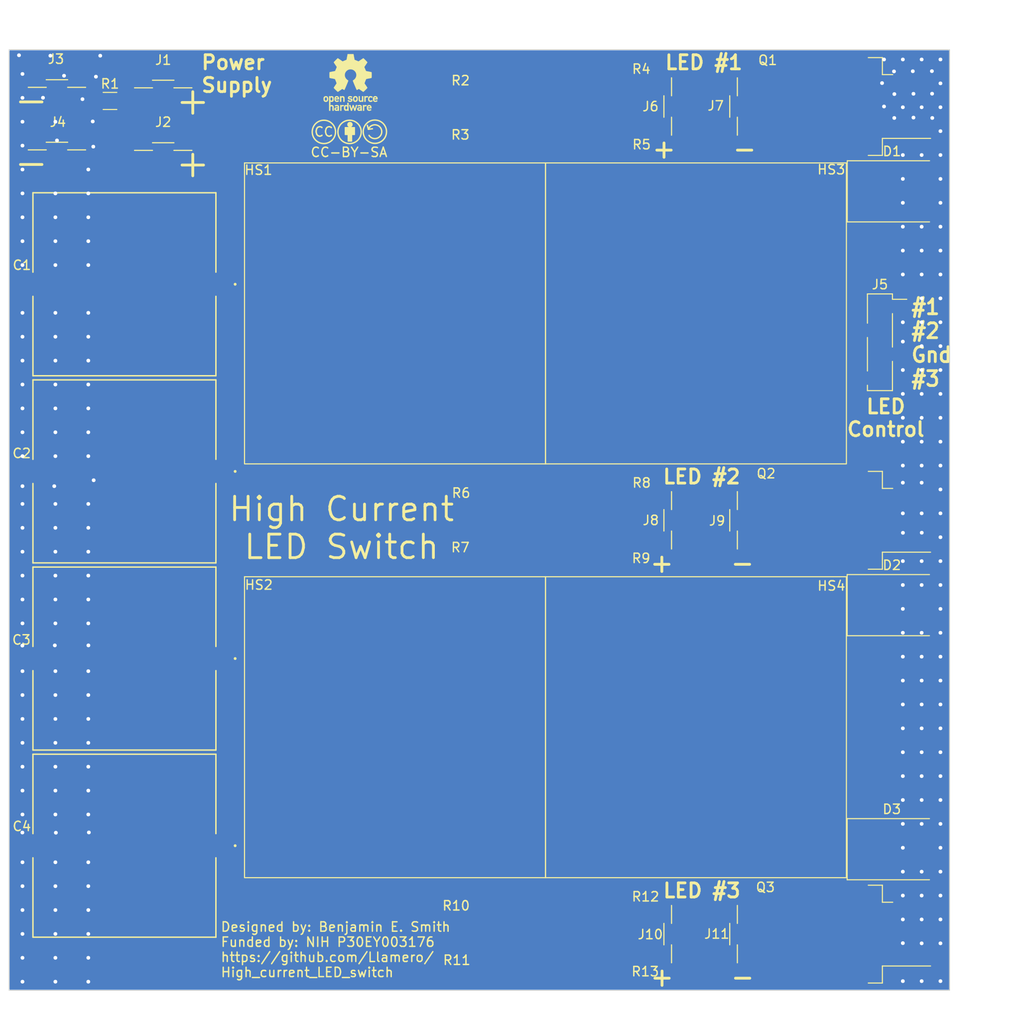
<source format=kicad_pcb>
(kicad_pcb (version 20221018) (generator pcbnew)
  (layers (0 "F.Cu" signal) (31 "B.Cu" signal) (34 "B.Paste" user) (35 "F.Paste" user) (36 "B.SilkS" user "B.Silkscreen") (37 "F.SilkS" user "F.Silkscreen") (38 "B.Mask" user) (39 "F.Mask" user) (44 "Edge.Cuts" user))
  (net 0 "")
  (net 1 "Net-(J1-Pin_1)")
  (net 2 "GND")
  (net 3 "Net-(J5-Pin_1)")
  (net 4 "Net-(J10-Pin_1)")
  (net 5 "Net-(R2-Pad2)")
  (net 6 "Net-(R6-Pad2)")
  (net 7 "Net-(J5-Pin_4)")
  (net 8 "Net-(J6-Pin_1)")
  (net 9 "Net-(J8-Pin_1)")
  (net 10 "Net-(R10-Pad2)")
  (net 11 "Net-(R3-Pad2)")
  (net 12 "Net-(R7-Pad2)")
  (net 13 "Net-(R11-Pad2)")
  (net 14 "Net-(D1-A1)")
  (net 15 "Net-(D2-A1)")
  (net 16 "Net-(D3-A1)")
  (net 17 "Net-(J5-Pin_2)")
  (footprint "Custom footprints:31mm heatsink" (layer "F.Cu") (at -25 6)
    (fp_text reference "HS2" (at 1.52 0.87 unlocked) (layer "F.SilkS"))
    (fp_text value "Heatsink")
  )
  (footprint "Custom footprints:R_2818" (layer "F.Cu") (at 10 -41)
    (fp_text reference "R5" (at 7.22 1.05) (layer "F.SilkS"))
    (fp_text value "0")
    (pad "1" smd rect (at 0 0) (size 3.63 5.33) (layers "F.Cu" "F.Paste" "F.Mask") (net 11 "Net-(R3-Pad2)"))
    (pad "2" smd rect (at 4.24 0) (size 3.63 5.33) (layers "F.Cu" "F.Paste" "F.Mask") (net 8 "Net-(J6-Pin_1)"))
  )
  (footprint "Custom footprints:CAP_FKS_K21_PAN" (layer "F.Cu") (at -37.77 -25.1 180)
    (fp_text reference "C2" (at 10.92 -17.98 unlocked) (layer "F.SilkS"))
    (fp_text value "9.1mF")
    (pad "1" smd rect (at -7.4549 0 180) (size 7.112 1.905) (layers "F.Cu" "F.Paste" "F.Mask") (net 1 "Net-(J1-Pin_1)"))
    (pad "2" smd rect (at 7.4549 0 180) (size 7.112 1.905) (layers "F.Cu" "F.Paste" "F.Mask") (net 2 "GND"))
  )
  (footprint "Custom footprints:R_2818" (layer "F.Cu") (at 10 2.9)
    (fp_text reference "R9" (at 7.17 1.14) (layer "F.SilkS"))
    (fp_text value "25m")
    (pad "1" smd rect (at 0 0) (size 3.63 5.33) (layers "F.Cu" "F.Paste" "F.Mask") (net 12 "Net-(R7-Pad2)"))
    (pad "2" smd rect (at 4.24 0) (size 3.63 5.33) (layers "F.Cu" "F.Paste" "F.Mask") (net 9 "Net-(J8-Pin_1)"))
  )
  (footprint "Custom footprints:R_2818" (layer "F.Cu") (at 10 -2.9)
    (fp_text reference "R8" (at 7.22 -1.08) (layer "F.SilkS"))
    (fp_text value "R")
    (pad "1" smd rect (at 0 0) (size 3.63 5.33) (layers "F.Cu" "F.Paste" "F.Mask") (net 6 "Net-(R6-Pad2)"))
    (pad "2" smd rect (at 4.24 0) (size 3.63 5.33) (layers "F.Cu" "F.Paste" "F.Mask") (net 9 "Net-(J8-Pin_1)"))
  )
  (footprint "Custom:CC-BY-SA Symbol" (layer "F.Cu") (at -13.7 -41.55)
    (fp_text reference "REF**" hide)
    (fp_text value "CC-BY-SA Symbol" hide)
    (fp_text user "CC" (at -3.97 0.83 unlocked) (layer "F.SilkS") (effects (justify left bottom)))
    (fp_text user "CC-BY-SA" (at -4.36 3 unlocked) (layer "F.SilkS") (effects (justify left bottom)))
  )
  (footprint "Custom footprints:R_2818" (layer "F.Cu") (at 1 41)
    (fp_text reference "R10" (at -3.5 -0.02) (layer "F.SilkS"))
    (fp_text value "R")
    (pad "1" smd rect (at 0 0) (size 3.63 5.33) (layers "F.Cu" "F.Paste" "F.Mask") (net 9 "Net-(J8-Pin_1)"))
    (pad "2" smd rect (at 4.24 0) (size 3.63 5.33) (layers "F.Cu" "F.Paste" "F.Mask") (net 10 "Net-(R10-Pad2)"))
  )
  (footprint "Custom footprints:KEYSTONE_4928" (layer "F.Cu") (at 20 0 90)
    (fp_text reference "J8" (at 0 -1.8) (layer "F.SilkS"))
    (fp_text value "Conn_01x01_Pin")
    (pad "1" smd rect (at -2.285 -1.55 90) (size 1.65 3) (layers "F.Cu" "F.Paste" "F.Mask") (net 9 "Net-(J8-Pin_1)"))
    (pad "1" smd rect (at 0 1.55 90) (size 1.65 3) (layers "F.Cu" "F.Paste" "F.Mask") (net 9 "Net-(J8-Pin_1)"))
    (pad "1" smd rect (at 2.285 -1.55 90) (size 1.65 3) (layers "F.Cu" "F.Paste" "F.Mask") (net 9 "Net-(J8-Pin_1)"))
  )
  (footprint "Custom footprints:31mm heatsink" (layer "F.Cu") (at 7 6)
    (fp_text reference "HS4" (at 30.4 0.97 unlocked) (layer "F.SilkS"))
    (fp_text value "Heatsink")
  )
  (footprint "Custom footprints:KEYSTONE_4928" (layer "F.Cu") (at 27 0 90)
    (fp_text reference "J9" (at -0.05 -1.75) (layer "F.SilkS"))
    (fp_text value "Conn_01x01_Pin")
    (pad "1" smd rect (at -2.285 -1.55 90) (size 1.65 3) (layers "F.Cu" "F.Paste" "F.Mask") (net 15 "Net-(D2-A1)"))
    (pad "1" smd rect (at 0 1.55 90) (size 1.65 3) (layers "F.Cu" "F.Paste" "F.Mask") (net 15 "Net-(D2-A1)"))
    (pad "1" smd rect (at 2.285 -1.55 90) (size 1.65 3) (layers "F.Cu" "F.Paste" "F.Mask") (net 15 "Net-(D2-A1)"))
  )
  (footprint "Custom footprints:KEYSTONE_4928" (layer "F.Cu") (at -33.645 -46.39)
    (fp_text reference "J1" (at 0 -2.55) (layer "F.SilkS"))
    (fp_text value "Conn_01x01_Pin")
    (pad "1" smd rect (at -2.285 -1.55) (size 1.65 3) (layers "F.Cu" "F.Paste" "F.Mask") (net 1 "Net-(J1-Pin_1)"))
    (pad "1" smd rect (at 0 1.55) (size 1.65 3) (layers "F.Cu" "F.Paste" "F.Mask") (net 1 "Net-(J1-Pin_1)"))
    (pad "1" smd rect (at 2.285 -1.55) (size 1.65 3) (layers "F.Cu" "F.Paste" "F.Mask") (net 1 "Net-(J1-Pin_1)"))
  )
  (footprint "Custom footprints:CAP_FKS_K21_PAN" (layer "F.Cu") (at -37.77 14.7 180)
    (fp_text reference "C3" (at 10.95 1.99 unlocked) (layer "F.SilkS"))
    (fp_text value "9.1mF")
    (pad "1" smd rect (at -7.4549 0 180) (size 7.112 1.905) (layers "F.Cu" "F.Paste" "F.Mask") (net 1 "Net-(J1-Pin_1)"))
    (pad "2" smd rect (at 7.4549 0 180) (size 7.112 1.905) (layers "F.Cu" "F.Paste" "F.Mask") (net 2 "GND"))
  )
  (footprint "Custom footprints:KEYSTONE_4928" (layer "F.Cu") (at 27 -44 90)
    (fp_text reference "J7" (at 0.075 -1.9) (layer "F.SilkS"))
    (fp_text value "Conn_01x01_Pin")
    (pad "1" smd rect (at -2.285 -1.55 90) (size 1.65 3) (layers "F.Cu" "F.Paste" "F.Mask") (net 14 "Net-(D1-A1)"))
    (pad "1" smd rect (at 0 1.55 90) (size 1.65 3) (layers "F.Cu" "F.Paste" "F.Mask") (net 14 "Net-(D1-A1)"))
    (pad "1" smd rect (at 2.285 -1.55 90) (size 1.65 3) (layers "F.Cu" "F.Paste" "F.Mask") (net 14 "Net-(D1-A1)"))
  )
  (footprint "Resistor_SMD:R_1206_3216Metric" (layer "F.Cu") (at -39.305 -44.59)
    (fp_text reference "R1" (at 0 -1.82) (layer "F.SilkS"))
    (fp_text value "1000")
    (pad "1" smd roundrect (at -1.4625 0) (size 1.125 1.75) (layers "F.Cu" "F.Paste" "F.Mask") (roundrect_rratio 0.2222222222) (net 2 "GND"))
    (pad "2" smd roundrect (at 1.4625 0) (size 1.125 1.75) (layers "F.Cu" "F.Paste" "F.Mask") (roundrect_rratio 0.2222222222) (net 1 "Net-(J1-Pin_1)"))
  )
  (footprint "Custom footprints:R_2818" (layer "F.Cu") (at 1 -41)
    (fp_text reference "R3" (at -3.05 0.01) (layer "F.SilkS"))
    (fp_text value "25m")
    (pad "1" smd rect (at 0 0) (size 3.63 5.33) (layers "F.Cu" "F.Paste" "F.Mask") (net 1 "Net-(J1-Pin_1)"))
    (pad "2" smd rect (at 4.24 0) (size 3.63 5.33) (layers "F.Cu" "F.Paste" "F.Mask") (net 11 "Net-(R3-Pad2)"))
  )
  (footprint "Custom footprints:31mm heatsink" (layer "F.Cu") (at 7 -38)
    (fp_text reference "HS3" (at 30.39 0.71 unlocked) (layer "F.SilkS"))
    (fp_text value "Heatsink")
  )
  (footprint "Custom footprints:31mm heatsink" (layer "F.Cu") (at -25 -38)
    (fp_text reference "HS1" (at 1.48 0.76 unlocked) (layer "F.SilkS"))
    (fp_text value "Heatsink")
  )
  (footprint "Custom footprints:DO-214AB" (layer "F.Cu") (at 43.58 34.97)
    (fp_text reference "D3" (at 0.25 -4.25 unlocked) (layer "F.SilkS"))
    (fp_text value "D_TVS" hide)
    (pad "1" smd rect (at -3.1242 0 90) (size 3.2004 2.1844) (layers "F.Cu" "F.Paste" "F.Mask") (net 16 "Net-(D3-A1)"))
    (pad "2" smd rect (at 3.1242 0 90) (size 3.2004 2.1844) (layers "F.Cu" "F.Paste" "F.Mask") (net 2 "GND"))
  )
  (footprint "Package_TO_SOT_SMD:TO-263-2" (layer "F.Cu") (at 38 -44 180)
    (fp_text reference "Q1" (at 7.37 4.92) (layer "F.SilkS"))
    (fp_text value "Q_NMOS_GDS")
    (pad "1" smd roundrect (at -7.65 -2.54 180) (size 4.6 1.1) (layers "F.Cu" "F.Paste" "F.Mask") (roundrect_rratio 0.2272727273) (net 3 "Net-(J5-Pin_1)"))
    (pad "2" smd roundrect (at -0.925 -2.775 180) (size 4.55 5.25) (layers "F.Cu" "F.Paste") (roundrect_rratio 0.05494505495) (net 14 "Net-(D1-A1)"))
    (pad "2" smd roundrect (at -0.925 2.775 180) (size 4.55 5.25) (layers "F.Cu" "F.Paste") (roundrect_rratio 0.05494505495) (net 14 "Net-(D1-A1)"))
    (pad "2" smd roundrect (at 1.5 0 180) (size 9.4 10.8) (layers "F.Cu" "F.Mask") (roundrect_rratio 0.02659595745) (net 14 "Net-(D1-A1)"))
    (pad "2" smd roundrect (at 3.925 -2.775 180) (size 4.55 5.25) (layers "F.Cu" "F.Paste") (roundrect_rratio 0.05494505495) (net 14 "Net-(D1-A1)"))
    (pad "2" smd roundrect (at 3.925 2.775 180) (size 4.55 5.25) (layers "F.Cu" "F.Paste") (roundrect_rratio 0.05494505495) (net 14 "Net-(D1-A1)"))
    (pad "3" smd roundrect (at -7.65 2.54 180) (size 4.6 1.1) (layers "F.Cu" "F.Paste" "F.Mask") (roundrect_rratio 0.2272727273) (net 2 "GND"))
  )
  (footprint "Custom footprints:CAP_FKS_K21_PAN" (layer "F.Cu") (at -37.77 -5.2 180)
    (fp_text reference "C1" (at 10.9 21.93 unlocked) (layer "F.SilkS"))
    (fp_text value "9.1mF")
    (pad "1" smd rect (at -7.4549 0 180) (size 7.112 1.905) (layers "F.Cu" "F.Paste" "F.Mask") (net 1 "Net-(J1-Pin_1)"))
    (pad "2" smd rect (at 7.4549 0 180) (size 7.112 1.905) (layers "F.Cu" "F.Paste" "F.Mask") (net 2 "GND"))
  )
  (footprint "Custom footprints:R_2818" (layer "F.Cu") (at 1 -2.9)
    (fp_text reference "R6" (at -2.97 0) (layer "F.SilkS"))
    (fp_text value "R")
    (pad "1" smd rect (at 0 0) (size 3.63 5.33) (layers "F.Cu" "F.Paste" "F.Mask") (net 8 "Net-(J6-Pin_1)"))
    (pad "2" smd rect (at 4.24 0) (size 3.63 5.33) (layers "F.Cu" "F.Paste" "F.Mask") (net 6 "Net-(R6-Pad2)"))
  )
  (footprint "Symbol:OSHW-Logo_5.7x6mm_SilkScreen" (layer "F.Cu") (at -13.73 -46.56)
    (fp_text reference "REF**" hide)
    (fp_text value "OSHW-Logo_5.7x6mm_SilkScreen" hide)
  )
  (footprint "Custom footprints:KEYSTONE_4928" (layer "F.Cu") (at 27 44 90)
    (fp_text reference "J11" (at 0.02 -1.78) (layer "F.SilkS"))
    (fp_text value "Conn_01x01_Pin")
    (pad "1" smd rect (at -2.285 -1.55 90) (size 1.65 3) (layers "F.Cu" "F.Paste" "F.Mask") (net 16 "Net-(D3-A1)"))
    (pad "1" smd rect (at 0 1.55 90) (size 1.65 3) (layers "F.Cu" "F.Paste" "F.Mask") (net 16 "Net-(D3-A1)"))
    (pad "1" smd rect (at 2.285 -1.55 90) (size 1.65 3) (layers "F.Cu" "F.Paste" "F.Mask") (net 16 "Net-(D3-A1)"))
  )
  (footprint "Custom footprints:KEYSTONE_4928" (layer "F.Cu") (at -33.645 -39.74)
    (fp_text reference "J2" (at 0 -2.6) (layer "F.SilkS"))
    (fp_text value "Conn_01x01_Pin")
    (pad "1" smd rect (at -2.285 -1.55) (size 1.65 3) (layers "F.Cu" "F.Paste" "F.Mask") (net 1 "Net-(J1-Pin_1)"))
    (pad "1" smd rect (at 0 1.55) (size 1.65 3) (layers "F.Cu" "F.Paste" "F.Mask") (net 1 "Net-(J1-Pin_1)"))
    (pad "1" smd rect (at 2.285 -1.55) (size 1.65 3) (layers "F.Cu" "F.Paste" "F.Mask") (net 1 "Net-(J1-Pin_1)"))
  )
  (footprint "Custom footprints:KEYSTONE_4928" (layer "F.Cu") (at 20 44 90)
    (fp_text reference "J10" (at -0.035 -1.85) (layer "F.SilkS"))
    (fp_text value "Conn_01x01_Pin")
    (pad "1" smd rect (at -2.285 -1.55 90) (size 1.65 3) (layers "F.Cu" "F.Paste" "F.Mask") (net 4 "Net-(J10-Pin_1)"))
    (pad "1" smd rect (at 0 1.55 90) (size 1.65 3) (layers "F.Cu" "F.Paste" "F.Mask") (net 4 "Net-(J10-Pin_1)"))
    (pad "1" smd rect (at 2.285 -1.55 90) (size 1.65 3) (layers "F.Cu" "F.Paste" "F.Mask") (net 4 "Net-(J10-Pin_1)"))
  )
  (footprint "Custom footprints:CAP_FKS_K21_PAN" (layer "F.Cu") (at -37.77 34.6 180)
    (fp_text reference "C4" (at 10.91 2.06 unlocked) (layer "F.SilkS"))
    (fp_text value "9.1mF")
    (pad "1" smd rect (at -7.4549 0 180) (size 7.112 1.905) (layers "F.Cu" "F.Paste" "F.Mask") (net 1 "Net-(J1-Pin_1)"))
    (pad "2" smd rect (at 7.4549 0 180) (size 7.112 1.905) (layers "F.Cu" "F.Paste" "F.Mask") (net 2 "GND"))
  )
  (footprint "Custom footprints:KEYSTONE_4928" (layer "F.Cu") (at -44.945 -39.7928)
    (fp_text reference "J4" (at 0.1 -2.55) (layer "F.SilkS"))
    (fp_text value "Conn_01x01_Pin")
    (pad "1" smd rect (at -2.285 -1.55) (size 1.65 3) (layers "F.Cu" "F.Paste" "F.Mask") (net 2 "GND"))
    (pad "1" smd rect (at 0 1.55) (size 1.65 3) (layers "F.Cu" "F.Paste" "F.Mask") (net 2 "GND"))
    (pad "1" smd rect (at 2.285 -1.55) (size 1.65 3) (layers "F.Cu" "F.Paste" "F.Mask") (net 2 "GND"))
  )
  (footprint "Custom footprints:DO-214AB" (layer "F.Cu") (at 43.59 -34.98)
    (fp_text reference "D1" (at 0.25 -4.25 unlocked) (layer "F.SilkS"))
    (fp_text value "D_TVS" hide)
    (pad "1" smd rect (at -3.1242 0 90) (size 3.2004 2.1844) (layers "F.Cu" "F.Paste" "F.Mask") (net 14 "Net-(D1-A1)"))
    (pad "2" smd rect (at 3.1242 0 90) (size 3.2004 2.1844) (layers "F.Cu" "F.Paste" "F.Mask") (net 2 "GND"))
  )
  (footprint "Custom footprints:R_2818" (layer "F.Cu") (at 10 -46.8)
    (fp_text reference "R4" (at 7.19 -1.18) (layer "F.SilkS"))
    (fp_text value "R")
    (pad "1" smd rect (at 0 0) (size 3.63 5.33) (layers "F.Cu" "F.Paste" "F.Mask") (net 5 "Net-(R2-Pad2)"))
    (pad "2" smd rect (at 4.24 0) (size 3.63 5.33) (layers "F.Cu" "F.Paste" "F.Mask") (net 8 "Net-(J6-Pin_1)"))
  )
  (footprint "Custom footprints:R_2818" (layer "F.Cu") (at 10 41)
    (fp_text reference "R12" (at 7.64 -0.98) (layer "F.SilkS"))
    (fp_text value "R")
    (pad "1" smd rect (at 0 0) (size 3.63 5.33) (layers "F.Cu" "F.Paste" "F.Mask") (net 10 "Net-(R10-Pad2)"))
    (pad "2" smd rect (at 4.24 0) (size 3.63 5.33) (layers "F.Cu" "F.Paste" "F.Mask") (net 4 "Net-(J10-Pin_1)"))
  )
  (footprint "Connector_PinHeader_2.54mm:PinHeader_1x04_P2.54mm_Vertical_SMD_Pin1Right" (layer "F.Cu") (at 42.565 -18.93)
    (fp_text reference "J5" (at 0 -6.14) (layer "F.SilkS"))
    (fp_text value "Conn_01x04_Pin")
    (pad "1" smd rect (at 1.655 -3.81) (size 2.51 1) (layers "F.Cu" "F.Paste" "F.Mask") (net 3 "Net-(J5-Pin_1)"))
    (pad "2" smd rect (at -1.655 -1.27) (size 2.51 1) (layers "F.Cu" "F.Paste" "F.Mask") (net 17 "Net-(J5-Pin_2)"))
    (pad "3" smd rect (at 1.655 1.27) (size 2.51 1) (layers "F.Cu" "F.Paste" "F.Mask") (net 2 "GND"))
    (pad "4" smd rect (at -1.655 3.81) (size 2.51 1) (layers "F.Cu" "F.Paste" "F.Mask") (net 7 "Net-(J5-Pin_4)"))
  )
  (footprint "Custom footprints:R_2818" (layer "F.Cu") (at 1 -46.8)
    (fp_text reference "R2" (at -3.03 0.04) (layer "F.SilkS"))
    (fp_text value "0")
    (pad "1" smd rect (at 0 0) (size 3.63 5.33) (layers "F.Cu" "F.Paste" "F.Mask") (net 1 "Net-(J1-Pin_1)"))
    (pad "2" smd rect (at 4.24 0) (size 3.63 5.33) (layers "F.Cu" "F.Paste" "F.Mask") (net 5 "Net-(R2-Pad2)"))
  )
  (footprint "Custom footprints:R_2818" (layer "F.Cu") (at 1 46.8)
    (fp_text reference "R11" (at -3.43 -0.03) (layer "F.SilkS"))
    (fp_text value "R")
    (pad "1" smd rect (at 0 0) (size 3.63 5.33) (layers "F.Cu" "F.Paste" "F.Mask") (net 9 "Net-(J8-Pin_1)"))
    (pad "2" smd rect (at 4.24 0) (size 3.63 5.33) (layers "F.Cu" "F.Paste" "F.Mask") (net 13 "Net-(R11-Pad2)"))
  )
  (footprint "Custom footprints:R_2818" (layer "F.Cu") (at 1 2.9)
    (fp_text reference "R7" (at -3.05 -0.01) (layer "F.SilkS"))
    (fp_text value "25m")
    (pad "1" smd rect (at 0 0) (size 3.63 5.33) (layers "F.Cu" "F.Paste" "F.Mask") (net 8 "Net-(J6-Pin_1)"))
    (pad "2" smd rect (at 4.24 0) (size 3.63 5.33) (layers "F.Cu" "F.Paste" "F.Mask") (net 12 "Net-(R7-Pad2)"))
  )
  (footprint "Custom footprints:KEYSTONE_4928" (layer "F.Cu") (at -44.945 -46.4428)
    (fp_text reference "J3" (at -0.1 -2.6) (layer "F.SilkS"))
    (fp_text value "Conn_01x01_Pin")
    (pad "1" smd rect (at -2.285 -1.55) (size 1.65 3) (layers "F.Cu" "F.Paste" "F.Mask") (net 2 "GND"))
    (pad "1" smd rect (at 0 1.55) (size 1.65 3) (layers "F.Cu" "F.Paste" "F.Mask") (net 2 "GND"))
    (pad "1" smd rect (at 2.285 -1.55) (size 1.65 3) (layers "F.Cu" "F.Paste" "F.Mask") (net 2 "GND"))
  )
  (footprint "Custom footprints:R_2818" (layer "F.Cu") (at 10 46.9)
    (fp_text reference "R13" (at 7.61 1.08) (layer "F.SilkS"))
    (fp_text value "R")
    (pad "1" smd rect (at 0 0) (size 3.63 5.33) (layers "F.Cu" "F.Paste" "F.Mask") (net 13 "Net-(R11-Pad2)"))
    (pad "2" smd rect (at 4.24 0) (size 3.63 5.33) (layers "F.Cu" "F.Paste" "F.Mask") (net 4 "Net-(J10-Pin_1)"))
  )
  (footprint "Custom footprints:KEYSTONE_4928" (layer "F.Cu") (at 20 -44 90)
    (fp_text reference "J6" (at 0 -1.825) (layer "F.SilkS"))
    (fp_text value "Conn_01x01_Pin")
    (pad "1" smd rect (at -2.285 -1.55 90) (size 1.65 3) (layers "F.Cu" "F.Paste" "F.Mask") (net 8 "Net-(J6-Pin_1)"))
    (pad "1" smd rect (at 0 1.55 90) (size 1.65 3) (layers "F.Cu" "F.Paste" "F.Mask") (net 8 "Net-(J6-Pin_1)"))
    (pad "1" smd rect (at 2.285 -1.55 90) (size 1.65 3) (layers "F.Cu" "F.Paste" "F.Mask") (net 8 "Net-(J6-Pin_1)"))
  )
  (footprint "Custom footprints:DO-214AB" (layer "F.Cu") (at 43.58 9.02)
    (fp_text reference "D2" (at 0.25 -4.25 unlocked) (layer "F.SilkS"))
    (fp_text value "D_TVS" hide)
    (pad "1" smd rect (at -3.1242 0 90) (size 3.2004 2.1844) (layers "F.Cu" "F.Paste" "F.Mask") (net 15 "Net-(D2-A1)"))
    (pad "2" smd rect (at 3.1242 0 90) (size 3.2004 2.1844) (layers "F.Cu" "F.Paste" "F.Mask") (net 2 "GND"))
  )
  (footprint "Package_TO_SOT_SMD:TO-263-2" (layer "F.Cu") (at 38 44 180)
    (fp_text reference "Q3" (at 7.61 4.98) (layer "F.SilkS"))
    (fp_text value "Q_NMOS_GDS")
    (pad "1" smd roundrect (at -7.65 -2.54 180) (size 4.6 1.1) (layers "F.Cu" "F.Paste" "F.Mask") (roundrect_rratio 0.2272727273) (net 7 "Net-(J5-Pin_4)"))
    (pad "2" smd roundrect (at -0.925 -2.775 180) (size 4.55 5.25) (layers "F.Cu" "F.Paste") (roundrect_rratio 0.05494505495) (net 16 "Net-(D3-A1)"))
    (pad "2" smd roundrect (at -0.925 2.775 180) (size 4.55 5.25) (layers "F.Cu" "F.Paste") (roundrect_rratio 0.05494505495) (net 16 "Net-(D3-A1)"))
    (pad "2" smd roundrect (at 1.5 0 180) (size 9.4 10.8) (layers "F.Cu" "F.Mask") (roundrect_rratio 0.02659595745) (net 16 "Net-(D3-A1)"))
    (pad "2" smd roundrect (at 3.925 -2.775 180) (size 4.55 5.25) (layers "F.Cu" "F.Paste") (roundrect_rratio 0.05494505495) (net 16 "Net-(D3-A1)"))
    (pad "2" smd roundrect (at 3.925 2.775 180) (size 4.55 5.25) (layers "F.Cu" "F.Paste") (roundrect_rratio 0.05494505495) (net 16 "Net-(D3-A1)"))
    (pad "3" smd roundrect (at -7.65 2.54 180) (size 4.6 1.1) (layers "F.Cu" "F.Paste" "F.Mask") (roundrect_rratio 0.2272727273) (net 2 "GND"))
  )
  (footprint "Package_TO_SOT_SMD:TO-263-2" (layer "F.Cu") (at 38 0 180)
    (fp_text reference "Q2" (at 7.54 4.97) (layer "F.SilkS"))
    (fp_text value "Q_NMOS_GDS")
    (pad "1" smd roundrect (at -7.65 -2.54 180) (size 4.6 1.1) (layers "F.Cu" "F.Paste" "F.Mask") (roundrect_rratio 0.2272727273) (net 17 "Net-(J5-Pin_2)"))
    (pad "2" smd roundrect (at -0.925 -2.775 180) (size 4.55 5.25) (layers "F.Cu" "F.Paste") (roundrect_rratio 0.05494505495) (net 15 "Net-(D2-A1)"))
    (pad "2" smd roundrect (at -0.925 2.775 180) (size 4.55 5.25) (layers "F.Cu" "F.Paste") (roundrect_rratio 0.05494505495) (net 15 "Net-(D2-A1)"))
    (pad "2" smd roundrect (at 1.5 0 180) (size 9.4 10.8) (layers "F.Cu" "F.Mask") (roundrect_rratio 0.02659595745) (net 15 "Net-(D2-A1)"))
    (pad "2" smd roundrect (at 3.925 -2.775 180) (size 4.55 5.25) (layers "F.Cu" "F.Paste") (roundrect_rratio 0.05494505495) (net 15 "Net-(D2-A1)"))
    (pad "2" smd roundrect (at 3.925 2.775 180) (size 4.55 5.25) (layers "F.Cu" "F.Paste") (roundrect_rratio 0.05494505495) (net 15 "Net-(D2-A1)"))
    (pad "3" smd roundrect (at -7.65 2.54 180) (size 4.6 1.1) (layers "F.Cu" "F.Paste" "F.Mask") (roundrect_rratio 0.2272727273) (net 2 "GND"))
  )
  (gr_rect (start -50.03 -50.03) (end 49.97 49.97) (stroke (width 0.1)) (fill none) (layer "Edge.Cuts"))
  (gr_text "+" (at -32.555 -42.9) (layer "F.SilkS") (effects (font (size 3 3) (thickness 0.3) bold) (justify left bottom)))
  (gr_text "+" (at -32.555 -36.25) (layer "F.SilkS") (effects (font (size 3 3) (thickness 0.3) bold) (justify left bottom)))
  (gr_text "High Current\nLED Switch" (at -14.68 4.29) (layer "F.SilkS") (effects (font (size 2.5 2.5) (thickness 0.3)) (justify bottom)))
  (gr_text "LED #3" (at 19.36 40.25) (layer "F.SilkS") (effects (font (size 1.5 1.5) (thickness 0.3) bold) (justify left bottom)))
  (gr_text "Power\nSupply" (at -29.73 -45.39) (layer "F.SilkS") (effects (font (size 1.5 1.5) (thickness 0.3)) (justify left bottom)))
  (gr_text "+    -" (at 17.96 49.71) (layer "F.SilkS") (effects (font (size 2 2) (thickness 0.3) bold) (justify left bottom)))
  (gr_text "Designed by: Benjamin E. Smith\nFunded by: NIH P30EY003176\nhttps://github.com/Llamero/\nHigh_current_LED_switch" (at -27.6 48.65) (layer "F.SilkS") (effects (font (size 1 1)) (justify left bottom)))
  (gr_text "-" (at -49.735 -42.96) (layer "F.SilkS") (effects (font (size 3 3) (thickness 0.3) bold) (justify left bottom)))
  (gr_text "LED\nControl" (at 43.19 -8.8) (layer "F.SilkS") (effects (font (size 1.5 1.5) (thickness 0.3) bold) (justify bottom)))
  (gr_text "-" (at -49.735 -36.31) (layer "F.SilkS") (effects (font (size 3 3) (thickness 0.3) bold) (justify left bottom)))
  (gr_text "LED #1" (at 19.57 -47.8) (layer "F.SilkS") (effects (font (size 1.5 1.5) (thickness 0.3) bold) (justify left bottom)))
  (gr_text "+    -" (at 17.94 5.7) (layer "F.SilkS") (effects (font (size 2 2) (thickness 0.3) bold) (justify left bottom)))
  (gr_text "#1\n#2\nGnd\n#3\n\n" (at 45.75 -11.58) (layer "F.SilkS") (effects (font (size 1.58 1.5) (thickness 0.3) bold) (justify left bottom)))
  (gr_text "LED #2" (at 19.34 -3.76) (layer "F.SilkS") (effects (font (size 1.5 1.5) (thickness 0.3) bold) (justify left bottom)))
  (gr_text "+    -" (at 18.17 -38.34) (layer "F.SilkS") (effects (font (size 2 2) (thickness 0.3) bold) (justify left bottom)))
  (segment (start 45.59 -46.48) (end 45.65 -46.54) (width 0.5) (layer "F.Cu") (net 2))
  (segment (start -40.7675 -44.59) (end -44.6422 -44.59) (width 2) (layer "F.Cu") (net 2))
  (segment (start 45.6 -46.49) (end 45.65 -46.54) (width 0.5) (layer "F.Cu") (net 2))
  (segment (start 42.79 -46.49) (end 45.6 -46.49) (width 0.5) (layer "F.Cu") (net 2))
  (via (at -48.61 8.42) (size 0.8) (drill 0.4) (layers "F.Cu" "B.Cu") (net 2))
  (via (at -41.61 49.06) (size 0.8) (drill 0.4) (layers "F.Cu" "B.Cu") (net 2))
  (via (at -45.11 -19.52) (size 0.8) (drill 0.4) (layers "F.Cu" "B.Cu") (net 2))
  (via (at 47 14.5) (size 0.8) (drill 0.4) (layers "F.Cu" "B.Cu") (net 2))
  (via (at -48.61 -34.76) (size 0.8) (drill 0.4) (layers "F.Cu" "B.Cu") (net 2))
  (via (at -45.11 -6.82) (size 0.8) (drill 0.4) (layers "F.Cu" "B.Cu") (net 2))
  (via (at 45 34.82) (size 0.8) (drill 0.4) (layers "F.Cu" "B.Cu") (net 2))
  (via (at -45.11 -1.74) (size 0.8) (drill 0.4) (layers "F.Cu" "B.Cu") (net 2))
  (via (at 47 42.44) (size 0.8) (drill 0.4) (layers "F.Cu" "B.Cu") (net 2))
  (via (at -41.61 38.9) (size 0.8) (drill 0.4) (layers "F.Cu" "B.Cu") (net 2))
  (via (at -40.8 -47.17) (size 0.8) (drill 0.4) (layers "F.Cu" "B.Cu") (net 2))
  (via (at -41.61 -19.52) (size 0.8) (drill 0.4) (layers "F.Cu" "B.Cu") (net 2))
  (via (at 49 11.96) (size 0.8) (drill 0.4) (layers "F.Cu" "B.Cu") (net 2))
  (via (at 45 49) (size 0.8) (drill 0.4) (layers "F.Cu" "B.Cu") (net 2))
  (via (at -48.61 46.52) (size 0.8) (drill 0.4) (layers "F.Cu" "B.Cu") (net 2))
  (via (at -45.11 -27.14) (size 0.8) (drill 0.4) (layers "F.Cu" "B.Cu") (net 2))
  (via (at 45 6.88) (size 0.8) (drill 0.4) (layers "F.Cu" "B.Cu") (net 2))
  (via (at -45.11 31.28) (size 0.8) (drill 0.4) (layers "F.Cu" "B.Cu") (net 2))
  (via (at 47.01 1.32) (size 0.8) (drill 0.4) (layers "F.Cu" "B.Cu") (net 2))
  (via (at -48.98 -49.45) (size 0.8) (drill 0.4) (layers "F.Cu" "B.Cu") (net 2))
  (via (at -48.61 -44.92) (size 0.8) (drill 0.4) (layers "F.Cu" "B.Cu") (net 2))
  (via (at -45.11 -32.22) (size 0.8) (drill 0.4) (layers "F.Cu" "B.Cu") (net 2))
  (via (at -41.61 0.8) (size 0.8) (drill 0.4) (layers "F.Cu" "B.Cu") (net 2))
  (via (at -41.14 -42.41) (size 0.8) (drill 0.4) (layers "F.Cu" "B.Cu") (net 2))
  (via (at 49 -46.46) (size 0.8) (drill 0.4) (layers "F.Cu" "B.Cu") (net 2))
  (via (at -45.11 8.42) (size 0.8) (drill 0.4) (layers "F.Cu" "B.Cu") (net 2))
  (via (at 45 17.04) (size 0.8) (drill 0.4) (layers "F.Cu" "B.Cu") (net 2))
  (via (at -41.61 -34.76) (size 0.8) (drill 0.4) (layers "F.Cu" "B.Cu") (net 2))
  (via (at -46.43 -44.93) (size 0.8) (drill 0.4) (layers "F.Cu" "B.Cu") (net 2))
  (via (at 47 -8.36) (size 0.8) (drill 0.4) (layers "F.Cu" "B.Cu") (net 2))
  (via (at 45.01 1.33) (size 0.8) (drill 0.4) (layers "F.Cu" "B.Cu") (net 2))
  (via (at -45.11 16.04) (size 0.8) (drill 0.4) (layers "F.Cu" "B.Cu") (net 2))
  (via (at 47 -28.68) (size 0.8) (drill 0.4) (layers "F.Cu" "B.Cu") (net 2))
  (via (at -48.61 21.12) (size 0.8) (drill 0.4) (layers "F.Cu" "B.Cu") (net 2))
  (via (at 47 22.12) (size 0.8) (drill 0.4) (layers "F.Cu" "B.Cu") (net 2))
  (via (at 47 49) (size 0.8) (drill 0.4) (layers "F.Cu" "B.Cu") (net 2))
  (via (at 44.09 -42.78) (size 0.8) (drill 0.4) (layers "F.Cu" "B.Cu") (net 2))
  (via (at 47 -15.98) (size 0.8) (drill 0.4) (layers "F.Cu" "B.Cu") (net 2))
  (via (at -45.11 36.36) (size 0.8) (drill 0.4) (layers "F.Cu" "B.Cu") (net 2))
  (via (at 44.1 -45.32) (size 0.8) (drill 0.4) (layers "F.Cu" "B.Cu") (net 2))
  (via (at -41.61 -1.74) (size 0.8) (drill 0.4) (layers "F.Cu" "B.Cu") (net 2))
  (via (at -41.61 -9.36) (size 0.8) (drill 0.4) (layers "F.Cu" "B.Cu") (net 2))
  (via (at 45 -19) (size 0.8) (drill 0.4) (layers "F.Cu" "B.Cu") (net 2))
  (via (at 49 44.98) (size 0.8) (drill 0.4) (layers "F.Cu" "B.Cu") (net 2))
  (via (at 47 11.96) (size 0.8) (drill 0.4) (layers "F.Cu" "B.Cu") (net 2))
  (via (at 47 -5.82) (size 0.8) (drill 0.4) (layers "F.Cu" "B.Cu") (net 2))
  (via (at -48.61 41.44) (size 0.8) (drill 0.4) (layers "F.Cu" "B.Cu") (net 2))
  (via (at -48.61 43.98) (size 0.8) (drill 0.4) (layers "F.Cu" "B.Cu") (net 2))
  (via (at -45.11 -14.44) (size 0.8) (drill 0.4) (layers "F.Cu" "B.Cu") (net 2))
  (via (at -41.61 23.66) (size 0.8) (drill 0.4) (layers "F.Cu" "B.Cu") (net 2))
  (via (at -48.61 0.8) (size 0.8) (drill 0.4) (layers "F.Cu" "B.Cu") (net 2))
  (via (at -48.61 -39.84) (size 0.8) (drill 0.4) (layers "F.Cu" "B.Cu") (net 2))
  (via (at 45 44.96) (size 0.8) (drill 0.4) (layers "F.Cu" "B.Cu") (net 2))
  (via (at -45.11 41.44) (size 0.8) (drill 0.4) (layers "F.Cu" "B.Cu") (net 2))
  (via (at -48.61 -32.22) (size 0.8) (drill 0.4) (layers "F.Cu" "B.Cu") (net 2))
  (via (at 49 -21.06) (size 0.8) (drill 0.4) (layers "F.Cu" "B.Cu") (net 2))
  (via (at -48.61 -6.82) (size 0.8) (drill 0.4) (layers "F.Cu" "B.Cu") (net 2))
  (via (at 47 -31.22) (size 0.8) (drill 0.4) (layers "F.Cu" "B.Cu") (net 2))
  (via (at -48.61 31.28) (size 0.8) (drill 0.4) (layers "F.Cu" "B.Cu") (net 2))
  (via (at 49 -26.14) (size 0.8) (drill 0.4) (layers "F.Cu" "B.Cu") (net 2))
  (via (at 49 29.74) (size 0.8) (drill 0.4) (layers "F.Cu" "B.Cu") (net 2))
  (via (at -41.61 -11.9) (size 0.8) (drill 0.4) (layers "F.Cu" "B.Cu") (net 2))
  (via (at -48.61 36.36) (size 0.8) (drill 0.4) (layers "F.Cu" "B.Cu") (net 2))
  (via (at 49 -31.22) (size 0.8) (drill 0.4) (layers "F.Cu" "B.Cu") (net 2))
  (via (at -48.61 18.58) (size 0.8) (drill 0.4) (layers "F.Cu" "B.Cu") (net 2))
  (via (at 49 -23.6) (size 0.8) (drill 0.4) (layers "F.Cu" "B.Cu") (net 2))
  (via (at 46.06 -47.75) (size 0.8) (drill 0.4) (layers "F.Cu" "B.Cu") (net 2))
  (via (at 49 19.58) (size 0.8) (drill 0.4) (layers "F.Cu" "B.Cu") (net 2))
  (via (at 48.11 -45.36) (size 0.8) (drill 0.4) (layers "F.Cu" "B.Cu") (net 2))
  (via (at 49 34.82) (size 0.8) (drill 0.4) (layers "F.Cu" "B.Cu") (net 2))
  (via (at -45.23 -3.63) (size 0.8) (drill 0.4) (layers "F.Cu" "B.Cu") (net 2))
  (via (at 47 -49) (size 0.8) (drill 0.4) (layers "F.Cu" "B.Cu") (net 2))
  (via (at 45 -5.82) (size 0.8) (drill 0.4) (layers "F.Cu" "B.Cu") (net 2))
  (via (at -45.11 18.58) (size 0.8) (drill 0.4) (layers "F.Cu" "B.Cu") (net 2))
  (via (at 45 39.9) (size 0.8) (drill 0.4) (layers "F.Cu" "B.Cu") (net 2))
  (via (at -40.34 -49.4) (size 0.8) (drill 0.4) (layers "F.Cu" "B.Cu") (net 2))
  (via (at -48.61 -47.46) (size 0.8) (drill 0.4) (layers "F.Cu" "B.Cu") (net 2))
  (via (at 47 -26.14) (size 0.8) (drill 0.4) (layers "F.Cu" "B.Cu") (net 2))
  (via (at 45 -21.06) (size 0.8) (drill 0.4) (layers "F.Cu" "B.Cu") (net 2))
  (via (at 45 -31.22) (size 0.8) (drill 0.4) (layers "F.Cu" "B.Cu") (net 2))
  (via (at 45 19.58) (size 0.8) (drill 0.4) (layers "F.Cu" "B.Cu") (net 2))
  (via (at -41.61 31.28) (size 0.8) (drill 0.4) (layers "F.Cu" "B.Cu") (net 2))
  (via (at 45 37.36) (size 0.8) (drill 0.4) (layers "F.Cu" "B.Cu") (net 2))
  (via (at 47 -4) (size 0.8) (drill 0.4) (layers "F.Cu" "B.Cu") (net 2))
  (via (at -48.61 -1.74) (size 0.8) (drill 0.4) (layers "F.Cu" "B.Cu") (net 2))
  (via (at 49 -36.3) (size 0.8) (drill 0.4) (layers "F.Cu" "B.Cu") (net 2))
  (via (at -41.61 46.52) (size 0.8) (drill 0.4) (layers "F.Cu" "B.Cu") (net 2))
  (via (at -41.61 21.12) (size 0.8) (drill 0.4) (layers "F.Cu" "B.Cu") (net 2))
  (via (at -48.61 -9.36) (size 0.8) (drill 0.4) (layers "F.Cu" "B.Cu") (net 2))
  (via (at 49 -15.98) (size 0.8) (drill 0.4) (layers "F.Cu" "B.Cu") (net 2))
  (via (at 49 -33.76) (size 0.8) (drill 0.4) (layers "F.Cu" "B.Cu") (net 2))
  (via (at 47 27.2) (size 0.8) (drill 0.4) (layers "F.Cu" "B.Cu") (net 2))
  (via (at -45.11 26.2) (size 0.8) (drill 0.4) (layers "F.Cu" "B.Cu") (net 2))
  (via (at 45 9.42) (size 0.8) (drill 0.4) (layers "F.Cu" "B.Cu") (net 2))
  (via (at -48.61 -29.68) (size 0.8) (drill 0.4) (layers "F.Cu" "B.Cu") (net 2))
  (via (at 42.79 -46.49) (size 0.8) (drill 0.4) (layers "F.Cu" "B.Cu") (net 2))
  (via (at -48.61 28.74) (size 0.8) (drill 0.4) (layers "F.Cu" "B.Cu") (net 2))
  (via (at 45 -28.68) (size 0.8) (drill 0.4) (layers "F.Cu" "B.Cu") (net 2))
  (via (at 45 -0.74) (size 0.8) (drill 0.4) (layers "F.Cu" "B.Cu") (net 2))
  (via (at -48.61 10.96) (size 0.8) (drill 0.4) (layers "F.Cu" "B.Cu") (net 2))
  (via (at -48.61 26.2) (size 0.8) (drill 0.4) (layers "F.Cu" "B.Cu") (net 2))
  (via (at -45.11 28.74) (size 0.8) (drill 0.4) (layers "F.Cu" "B.Cu") (net 2))
  (via (at 45 -4) (size 0.8) (drill 0.4) (layers "F.Cu" "B.Cu") (net 2))
  (via (at 45 -8.36) (size 0.8) (drill 0.4) (layers "F.Cu" "B.Cu") (net 2))
  (via (at -41.61 -27.14) (size 0.8) (drill 0.4) (layers "F.Cu" "B.Cu") (net 2))
  (via (at 45 -33.76) (size 0.8) (drill 0.4) (layers "F.Cu" "B.Cu") (net 2))
  (via (at -45.11 -42.38) (size 0.8) (drill 0.4) (layers "F.Cu" "B.Cu") (net 2))
  (via (at -41.61 -29.68) (size 0.8) (drill 0.4) (layers "F.Cu" "B.Cu") (net 2))
  (via (at -45.06 33.22) (size 0.8) (drill 0.4) (layers "F.Cu" "B.Cu") (net 2))
  (via (at 47 37.36) (size 0.8) (drill 0.4) (layers "F.Cu" "B.Cu") (net 2))
  (via (at 49 -28.68) (size 0.8) (drill 0.4) (layers "F.Cu" "B.Cu") (net 2))
  (via (at -48.61 -16.98) (size 0.8) (drill 0.4) (layers "F.Cu" "B.Cu") (net 2))
  (via (at -48.61 -37.3) (size 0.8) (drill 0.4) (layers "F.Cu" "B.Cu") (net 2))
  (via (at 47 39.9) (size 0.8) (drill 0.4) (layers "F.Cu" "B.Cu") (net 2))
  (via (at -48.61 -19.52) (size 0.8) (drill 0.4) (layers "F.Cu" "B.Cu") (net 2))
  (via (at -41.55 33.19) (size 0.8) (drill 0.4) (layers "F.Cu" "B.Cu") (net 2))
  (via (at -41.61 36.36) (size 0.8) (drill 0.4) (layers "F.Cu" "B.Cu") (net 2))
  (via (at -45.11 43.98) (size 0.8) (drill 0.4) (layers "F.Cu" "B.Cu") (net 2))
  (via (at -45.11 -34.76) (size 0.8) (drill 0.4) (layers "F.Cu" "B.Cu") (net 2))
  (via (at 49 37.36) (size 0.8) (drill 0.4) (layers "F.Cu" "B.Cu") (net 2))
  (via (at -45.11 5.88) (size 0.8) (drill 0.4) (layers "F.Cu" "B.Cu") (net 2))
  (via (at -48.62 13.32) (size 0.8) (drill 0.4) (layers "F.Cu" "B.Cu") (net 2))
  (via (at -41.61 16.04) (size 0.8) (drill 0.4) (layers "F.Cu" "B.Cu") (net 2))
  (via (at 45 11.96) (size 0.8) (drill 0.4) (layers "F.Cu" "B.Cu") (net 2))
  (via (at -45.11 49.06) (size 0.8) (drill 0.4) (layers "F.Cu" "B.Cu") (net 2))
  (via (at -48.61 -3.63) (size 0.8) (drill 0.4) (layers "F.Cu" "B.Cu") (net 2))
  (via (at -41.61 -37.3) (size 0.8) (drill 0.4) (layers "F.Cu" "B.Cu") (net 2))
  (via (at 47 -0.74) (size 0.8) (drill 0.4) (layers "F.Cu" "B.Cu") (net 2))
  (via (at 47 -21.06) (size 0.8) (drill 0.4) (layers "F.Cu" "B.Cu") (net 2))
  (via (at 47 24.66) (size 0.8) (drill 0.4) (layers "F.Cu" "B.Cu") (net 2))
  (via (at 49 39.9) (size 0.8) (drill 0.4) (layers "F.Cu" "B.Cu") (net 2))
  (via (at -45.11 3.34) (size 0.8) (drill 0.4) (layers "F.Cu" "B.Cu") (net 2))
  (via (at 49 22.12) (size 0.8) (drill 0.4) (layers "F.Cu" "B.Cu") (net 2))
  (via (at 46.13 -45.35) (size 0.8) (drill 0.4) (layers "F.Cu" "B.Cu") (net 2))
  (via (at -45.11 10.96) (size 0.8) (drill 0.4) (layers "F.Cu" "B.Cu") (net 2))
  (via (at -41.61 43.98) (size 0.8) (drill 0.4) (layers "F.Cu" "B.Cu") (net 2))
  (via (at 48.13 -42.78) (size 0.8) (drill 0.4) (layers "F.Cu" "B.Cu") (net 2))
  (via (at 49 32.28) (size 0.8) (drill 0.4) (layers "F.Cu" "B.Cu") (net 2))
  (via (at -41.61 10.96) (size 0.8) (drill 0.4) (layers "F.Cu" "B.Cu") (net 2))
  (via (at 44.06 -47.73) (size 0.8) (drill 0.4) (layers "F.Cu" "B.Cu") (net 2))
  (via (at 47 29.74) (size 0.8) (drill 0.4) (layers "F.Cu" "B.Cu") (net 2))
  (via (at 45 29.74) (size 0.8) (drill 0.4) (layers "F.Cu" "B.Cu") (net 2))
  (via (at -45.17 13.3) (size 0.8) (drill 0.4) (layers "F.Cu" "B.Cu") (net 2))
  (via (at 47 32.28) (size 0.8) (drill 0.4) (layers "F.Cu" "B.Cu") (net 2))
  (via (at 45 -49) (size 0.8) (drill 0.4) (layers "F.Cu" "B.Cu") (net 2))
  (via (at -45.11 -9.36) (size 0.8) (drill 0.4) (layers "F.Cu" "B.Cu") (net 2))
  (via (at 47 19.58) (size 0.8) (drill 0.4) (layers "F.Cu" "B.Cu") (net 2))
  (via (at 45 -36.3) (size 0.8) (drill 0.4) (layers "F.Cu" "B.Cu") (net 2))
  (via (at 47 -38.84) (size 0.8) (drill 0.4) (layers "F.Cu" "B.Cu") (net 2))
  (via (at -48.61 -22.06) (size 0.8) (drill 0.4) (layers "F.Cu" "B.Cu") (net 2))
  (via (at -41.61 3.34) (size 0.8) (drill 0.4) (layers "F.Cu" "B.Cu") (net 2))
  (via (at -48.61 38.9) (size 0.8) (drill 0.4) (layers "F.Cu" "B.Cu") (net 2))
  (via (at 45 42.44) (size 0.8) (drill 0.4) (layers "F.Cu" "B.Cu") (net 2))
  (via (at -48.61 -14.44) (size 0.8) (drill 0.4) (layers "F.Cu" "B.Cu") (net 2))
  (via (at 47 17.04) (size 0.8) (drill 0.4) (layers "F.Cu" "B.Cu") (net 2))
  (via (at -48.61 3.34) (size 0.8) (drill 0.4) (layers "F.Cu" "B.Cu") (net 2))
  (via (at -48.61 -42.38) (size 0.8) (drill 0.4) (layers "F.Cu" "B.Cu") (net 2))
  (via (at -45.11 23.66) (size 0.8) (drill 0.4) (layers "F.Cu" "B.Cu") (net 2))
  (via (at -41.61 -14.44) (size 0.8) (drill 0.4) (layers "F.Cu" "B.Cu") (net 2))
  (via (at -48.61 -27.14) (size 0.8) (drill 0.4) (layers "F.Cu" "B.Cu") (net 2))
  (via (at -45.11 -16.98) (size 0.8) (drill 0.4) (layers "F.Cu" "B.Cu") (net 2))
  (via (at 45 -13.44) (size 0.8) (drill 0.4) (layers "F.Cu" "B.Cu") (net 2))
  (via (at -41.08 -39.73) (size 0.8) (drill 0.4) (layers "F.Cu" "B.Cu") (net 2))
  (via (at 45 14.5) (size 0.8) (drill 0.4) (layers "F.Cu" "B.Cu") (net 2))
  (via (at 49 17.04) (size 0.8) (drill 0.4) (layers "F.Cu" "B.Cu") (net 2))
  (via (at 43 -49) (size 0.8) (drill 0.4) (layers "F.Cu" "B.Cu") (net 2))
  (via (at 47 -13.44) (size 0.8) (drill 0.4) (layers "F.Cu" "B.Cu") (net 2))
  (via (at 43 -44) (size 0.8) (drill 0.4) (layers "F.Cu" "B.Cu") (net 2))
  (via (at -48.61 5.88) (size 0.8) (drill 0.4) (layers "F.Cu" "B.Cu") (net 2))
  (via (at -41.61 -22.06) (size 0.8) (drill 0.4) (layers "F.Cu" "B.Cu") (net 2))
  (via (at 47 -23.6) (size 0.8) (drill 0.4) (layers "F.Cu" "B.Cu") (net 2))
  (via (at 49 -38.84) (size 0.8) (drill 0.4) (layers "F.Cu" "B.Cu") (net 2))
  (via (at 49 -43.92) (size 0.8) (drill 0.4) (layers "F.Cu" "B.Cu") (net 2))
  (via (at 49 -13.44) (size 0.8) (drill 0.4) (layers "F.Cu" "B.Cu") (net 2))
  (via (at -45.11 38.9) (size 0.8) (drill 0.4) (layers "F.Cu" "B.Cu") (net 2))
  (via (at 49 27.2) (size 0.8) (drill 0.4) (layers "F.Cu" "B.Cu") (net 2))
  (via (at -45.11 21.12) (size 0.8) (drill 0.4) (layers "F.Cu" "B.Cu") (net 2))
  (via (at 49 42.44) (size 0.8) (drill 0.4) (layers "F.Cu" "B.Cu") (net 2))
  (via (at -45.11 0.8) (size 0.8) (drill 0.4) (layers "F.Cu" "B.Cu") (net 2))
  (via (at 46.13 -42.82) (size 0.8) (drill 0.4) (layers "F.Cu" "B.Cu") (net 2))
  (via (at 49 -41.38) (size 0.8) (drill 0.4) (layers "F.Cu" "B.Cu") (net 2))
  (via (at -44.94 -40.39) (size 0.8) (drill 0.4) (layers "F.Cu" "B.Cu") (net 2))
  (via (at -45.11 -29.68) (size 0.8) (drill 0.4) (layers "F.Cu" "B.Cu") (net 2))
  (via (at 49 49) (size 0.8) (drill 0.4) (layers "F.Cu" "B.Cu") (net 2))
  (via (at 45 -15.98) (size 0.8) (drill 0.4) (layers "F.Cu" "B.Cu") (net 2))
  (via (at -41.61 -16.98) (size 0.8) (drill 0.4) (layers "F.Cu" "B.Cu") (net 2))
  (via (at 47 -10.9) (size 0.8) (drill 0.4) (layers "F.Cu" "B.Cu") (net 2))
  (via (at -41.61 5.88) (size 0.8) (drill 0.4) (layers "F.Cu" "B.Cu") (net 2))
  (via (at -45.11 46.52) (size 0.8) (drill 0.4) (layers "F.Cu" "B.Cu") (net 2))
  (via (at -48.62 33.2) (size 0.8) (drill 0.4) (layers "F.Cu" "B.Cu") (net 2))
  (via (at -41.04 -4.26) (size 0.8) (drill 0.4) (layers "F.Cu" "B.Cu") (net 2))
  (via (at 49 24.66) (size 0.8) (drill 0.4) (layers "F.Cu" "B.Cu") (net 2))
  (via (at 45 32.28) (size 0.8) (drill 0.4) (layers "F.Cu" "B.Cu") (net 2))
  (via (at -44.19 -47.27) (size 0.8) (drill 0.4) (layers "F.Cu" "B.Cu") (net 2))
  (via (at -48.61 23.66) (size 0.8) (drill 0.4) (layers "F.Cu" "B.Cu") (net 2))
  (via (at -41.61 41.44) (size 0.8) (drill 0.4) (layers "F.Cu" "B.Cu") (net 2))
  (via (at -48.61 16.04) (size 0.8) (drill 0.4) (layers "F.Cu" "B.Cu") (net 2))
  (via (at 49 -5.82) (size 0.8) (drill 0.4) (layers "F.Cu" "B.Cu") (net 2))
  (via (at 49 -0.74) (size 0.8) (drill 0.4) (layers "F.Cu" "B.Cu") (net 2))
  (via (at -48.61 -11.9) (size 0.8) (drill 0.4) (layers "F.Cu" "B.Cu") (net 2))
  (via (at -48.61 49.06) (size 0.8) (drill 0.4) (layers "F.Cu" "B.Cu") (net 2))
  (via (at 47 -43.92) (size 0.8) (drill 0.4) (layers "F.Cu" "B.Cu") (net 2))
  (via (at -45.11 -11.9) (size 0.8) (drill 0.4) (layers "F.Cu" "B.Cu") (net 2))
  (via (at -42.23 -44.78) (size 0.8) (drill 0.4) (layers "F.Cu" "B.Cu") (net 2))
  (via (at 49 -18.52) (size 0.8) (drill 0.4) (layers "F.Cu" "B.Cu") (net 2))
  (via (at 45 -38.84) (size 0.8) (drill 0.4) (layers "F.Cu" "B.Cu") (net 2))
  (via (at -41.61 -32.22) (size 0.8) (drill 0.4) (layers "F.Cu" "B.Cu") (net 2))
  (via (at -41.61 18.58) (size 0.8) (drill 0.4) (layers "F.Cu" "B.Cu") (net 2))
  (via (at 49 4.34) (size 0.8) (drill 0.4) (layers "F.Cu" "B.Cu") (net 2))
  (via (at 47 -18.52) (size 0.8) (drill 0.4) (layers "F.Cu" "B.Cu") (net 2))
  (via (at 49 14.5) (size 0.8) (drill 0.4) (layers "F.Cu" "B.Cu") (net 2))
  (via (at 49 9.42) (size 0.8) (drill 0.4) (layers "F.Cu" "B.Cu") (net 2))
  (via (at 45 -10.9) (size 0.8) (drill 0.4) (layers "F.Cu" "B.Cu") (net 2))
  (via (at 47 4.34) (size 0.8) (drill 0.4) (layers "F.Cu" "B.Cu") (net 2))
  (via (at 49 1.8) (size 0.8) (drill 0.4) (layers "F.Cu" "B.Cu") (net 2))
  (via (at 49 -10.9) (size 0.8) (drill 0.4) (layers "F.Cu" "B.Cu") (net 2))
  (via (at 47 6.88) (size 0.8) (drill 0.4) (layers "F.Cu" "B.Cu") (net 2))
  (via (at 48.09 -47.76) (size 0.8) (drill 0.4) (layers "F.Cu" "B.Cu") (net 2))
  (via (at -41.61 28.74) (size 0.8) (drill 0.4) (layers "F.Cu" "B.Cu") (net 2))
  (via (at -41.61 8.42) (size 0.8) (drill 0.4) (layers "F.Cu" "B.Cu") (net 2))
  (via (at -41.61 26.2) (size 0.8) (drill 0.4) (layers "F.Cu" "B.Cu") (net 2))
  (via (at 45 -26.14) (size 0.8) (drill 0.4) (layers "F.Cu" "B.Cu") (net 2))
  (via (at -45.11 -22.06) (size 0.8) (drill 0.4) (layers "F.Cu" "B.Cu") (net 2))
  (via (at -41.6 13.3) (size 0.8) (drill 0.4) (layers "F.Cu" "B.Cu") (net 2))
  (via (at 45 24.66) (size 0.8) (drill 0.4) (layers "F.Cu" "B.Cu") (net 2))
  (via (at 45 27.2) (size 0.8) (drill 0.4) (layers "F.Cu" "B.Cu") (net 2))
  (via (at -45.64 -49.4) (size 0.8) (drill 0.4) (layers "F.Cu" "B.Cu") (net 2))
  (via (at 47 44.98) (size 0.8) (drill 0.4) (layers "F.Cu" "B.Cu") (net 2))
  (via (at -41.61 -6.82) (size 0.8) (drill 0.4) (layers "F.Cu" "B.Cu") (net 2))
  (via (at 49 -8.36) (size 0.8) (drill 0.4) (layers "F.Cu" "B.Cu") (net 2))
  (via (at 45 -43.92) (size 0.8) (drill 0.4) (layers "F.Cu" "B.Cu") (net 2))
  (via (at 49 -3.28) (size 0.8) (drill 0.4) (layers "F.Cu" "B.Cu") (net 2))
  (via (at 49 -49) (size 0.8) (drill 0.4) (layers "F.Cu" "B.Cu") (net 2))
  (via (at 49 6.88) (size 0.8) (drill 0.4) (layers "F.Cu" "B.Cu") (net 2))
  (via (at 45 4.34) (size 0.8) (drill 0.4) (layers "F.Cu" "B.Cu") (net 2))
  (via (at 45 22.12) (size 0.8) (drill 0.4) (layers "F.Cu" "B.Cu") (net 2))
  (segment (start 44.22 -22.74) (end 43.5 -22.74) (width 0.15) (layer "F.Cu") (net 3))
  (segment (start 43.44 -22.8) (end 43.44 -41.46) (width 0.15) (layer "F.Cu") (net 3))
  (segment (start 43.44 -41.46) (end 45.65 -41.46) (width 0.15) (layer "F.Cu") (net 3))
  (segment (start 43.5 -22.74) (end 43.44 -22.8) (width 0.15) (layer "F.Cu") (net 3))
  (segment (start 45.65 46.54) (end 43.62 46.54) (width 0.15) (layer "F.Cu") (net 7))
  (segment (start 42.725 -14.925) (end 42.53 -15.12) (width 0.15) (layer "F.Cu") (net 7))
  (segment (start 43.075 45.995) (end 43.075 0.665) (width 0.15) (layer "F.Cu") (net 7))
  (segment (start 43.62 46.54) (end 43.075 45.995) (width 0.15) (layer "F.Cu") (net 7))
  (segment (start 42.725 0.315) (end 42.725 -14.925) (width 0.15) (layer "F.Cu") (net 7))
  (segment (start 42.53 -15.12) (end 40.91 -15.12) (width 0.15) (layer "F.Cu") (net 7))
  (segment (start 43.075 0.665) (end 42.725 0.315) (width 0.15) (layer "F.Cu") (net 7))
  (segment (start 43.6 2.54) (end 43.425 2.365) (width 0.15) (layer "F.Cu") (net 17))
  (segment (start 42.69 -15.645) (end 42.69 -19.77) (width 0.15) (layer "F.Cu") (net 17))
  (segment (start 42.69 -19.77) (end 42.26 -20.2) (width 0.15) (layer "F.Cu") (net 17))
  (segment (start 42.26 -20.2) (end 40.91 -20.2) (width 0.15) (layer "F.Cu") (net 17))
  (segment (start 45.65 2.54) (end 43.6 2.54) (width 0.15) (layer "F.Cu") (net 17))
  (segment (start 43.425 2.365) (end 43.425 0.39) (width 0.15) (layer "F.Cu") (net 17))
  (segment (start 43.075 0.04) (end 43.075 -15.26) (width 0.15) (layer "F.Cu") (net 17))
  (segment (start 43.075 -15.26) (end 42.69 -15.645) (width 0.15) (layer "F.Cu") (net 17))
  (segment (start 43.425 0.39) (end 43.075 0.04) (width 0.15) (layer "F.Cu") (net 17))
  (zone (net 4) (net_name "Net-(J10-Pin_1)") (layer "F.Cu") (connect_pads yes (clearance 0.2)) (min_thickness 0.15) (fill yes (thermal_gap 0.5) (thermal_bridge_width 0.5))
    (polygon (pts (xy 23.8 50.84) (xy 56.52 53.58) (xy 57.47 5.39) (xy 1.89 -1.66) (xy 3.21656 38.145307) (xy 3.24656 49.625307) (xy 3.420006 50.07)))
  )
  (zone (net 9) (net_name "Net-(J8-Pin_1)") (layer "F.Cu") (priority 8) (connect_pads yes (clearance 0.2)) (min_thickness 0.15) (fill yes (thermal_gap 0.5) (thermal_bridge_width 0.5))
    (polygon (pts (xy 11.80656 -6.124693) (xy 23.34656 -6.124693) (xy 23.36 3.28) (xy 20.48 12.64) (xy 9.57 19.34) (xy 3.21656 38.145307) (xy 3.420006 50.07) (xy -24.93 49.91) (xy -10.61 5.92) (xy 12.03656 5.835307)))
  )
  (zone (net 15) (net_name "Net-(D2-A1)") (layer "F.Cu") (priority 12) (connect_pads yes (clearance 1)) (min_thickness 0.15) (fill yes (thermal_gap 0.5) (thermal_bridge_width 0.5))
    (polygon (pts (xy 43.01 -31.72) (xy 43.01 10.77) (xy 39.31 10.72) (xy 23.88 3.53) (xy 24.1 -10.93)))
  )
  (zone (net 8) (net_name "Net-(J6-Pin_1)") (layer "F.Cu") (priority 5) (connect_pads yes (clearance 0.2)) (min_thickness 0.15) (fill yes (thermal_gap 0.5) (thermal_bridge_width 0.5))
    (polygon (pts (xy 11.82 -50.12) (xy 23.05 -50.12) (xy 23.07 -37.93) (xy 23.34656 -6.124693) (xy 3.23 -5.85) (xy 3.26 5.63) (xy -10.61 5.92) (xy -0.93 -38.06) (xy 12.05 -38.16)))
  )
  (zone (net 5) (net_name "Net-(R2-Pad2)") (layer "F.Cu") (priority 3) (connect_pads yes (clearance 0.2)) (min_thickness 0.15) (fill yes (thermal_gap 0.5) (thermal_bridge_width 0.5))
    (polygon (pts (xy 3.42 -50.12) (xy 11.82 -50.12) (xy 11.83 -43.9) (xy 3.43 -43.91)))
  )
  (zone (net 14) (net_name "Net-(D1-A1)") (layer "F.Cu") (priority 1) (connect_pads yes (clearance 1)) (min_thickness 0.15) (fill yes (thermal_gap 0.5) (thermal_bridge_width 0.5))
    (polygon (pts (xy 23.05 -50.12) (xy 42.67 -50.09) (xy 43.02 -27.16) (xy 23.34656 -6.124693)))
  )
  (zone (net 12) (net_name "Net-(R7-Pad2)") (layer "F.Cu") (priority 7) (connect_pads yes (clearance 0.2)) (min_thickness 0.15) (fill yes (thermal_gap 0.5) (thermal_bridge_width 0.5))
    (polygon (pts (xy 3.430006 0.03503) (xy 11.820006 0.04503) (xy 11.790006 5.62503) (xy 3.410006 5.61503)))
  )
  (zone (net 2) (net_name "GND") (layer "F.Cu") (priority 1) (connect_pads yes (clearance 0.2)) (min_thickness 0.25) (fill yes (thermal_gap 0.5) (thermal_bridge_width 0.5))
    (polygon (pts (xy -39.17 -50.12) (xy -39.17 49.88) (xy -50 50) (xy -50 -50)))
  )
  (zone (net 1) (net_name "Net-(J1-Pin_1)") (layer "F.Cu") (priority 2) (connect_pads yes (clearance 0.2)) (min_thickness 0.15) (fill yes (thermal_gap 0.5) (thermal_bridge_width 0.5))
    (polygon (pts (xy 7 -38) (xy -10.61 5.92) (xy -24.93 49.91) (xy -39.17 49.88) (xy -39.17 -50.12) (xy 7.34 -50.05)))
  )
  (zone (net 10) (net_name "Net-(R10-Pad2)") (layer "F.Cu") (priority 9) (connect_pads yes (clearance 0.2)) (min_thickness 0.15) (fill yes (thermal_gap 0.5) (thermal_bridge_width 0.5))
    (polygon (pts (xy 3.450006 38.09) (xy 11.850006 38.09) (xy 11.810006 44.12) (xy 3.410006 44.11)))
  )
  (zone (net 16) (net_name "Net-(D3-A1)") (layer "F.Cu") (priority 3) (connect_pads yes (clearance 1)) (min_thickness 0.15) (fill yes (thermal_gap 0.5) (thermal_bridge_width 0.5))
    (polygon (pts (xy 23.8 50.84) (xy 23.72 40.75) (xy 31.78 23.43) (xy 43.01 10.77) (xy 42.97 49.98)))
  )
  (zone (net 13) (net_name "Net-(R11-Pad2)") (layer "F.Cu") (priority 10) (connect_pads yes (clearance 0.2)) (min_thickness 0.15) (fill yes (thermal_gap 0.5) (thermal_bridge_width 0.5))
    (polygon (pts (xy 3.430006 44.13) (xy 11.820006 44.14) (xy 11.800006 50.08) (xy 3.420006 50.07)))
  )
  (zone (net 11) (net_name "Net-(R3-Pad2)") (layer "F.Cu") (priority 4) (connect_pads yes (clearance 0.2)) (min_thickness 0.15) (fill yes (thermal_gap 0.5) (thermal_bridge_width 0.5))
    (polygon (pts (xy 3.42 -43.9) (xy 11.81 -43.89) (xy 11.81 -38.33) (xy 3.43 -38.34)))
  )
  (zone (net 2) (net_name "GND") (layer "F.Cu") (priority 20) (connect_pads yes (clearance 0.25)) (min_thickness 0.15) (fill yes (thermal_gap 0.5) (thermal_bridge_width 0.5))
    (polygon (pts (xy 50 -50) (xy 42.97 -50.02) (xy 42.97 49.98) (xy 50 50) (xy 50 8)))
  )
  (zone (net 6) (net_name "Net-(R6-Pad2)") (layer "F.Cu") (priority 6) (connect_pads yes (clearance 0.2)) (min_thickness 0.15) (fill yes (thermal_gap 0.5) (thermal_bridge_width 0.5))
    (polygon (pts (xy 3.400006 -5.60497) (xy 11.800006 -5.60497) (xy 11.820006 0.04503) (xy 3.420006 0.03503)))
  )
  (zone (net 2) (net_name "GND") (layer "B.Cu") (connect_pads (clearance 0.5)) (min_thickness 0.25) (fill yes (thermal_gap 0.5) (thermal_bridge_width 0.5))
    (polygon (pts (xy -51 -51) (xy 51 -51) (xy 51 51) (xy -51 51)))
  )
)
</source>
